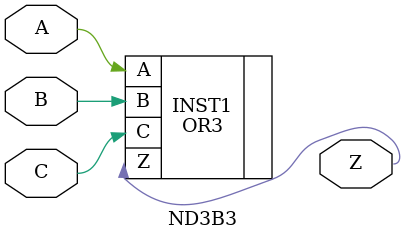
<source format=v>
`resetall
`timescale 1 ns / 100 ps

/* Created by DB2VERILOG Version 1.0.1.1 on Sat May 14 10:48:11 1994 */
/* module compiled from "lsl2db 3.6.4" run */

`celldefine
module ND3B3 (A, B, C, Z);
input  A, B, C;
output Z;
OR3 INST1 (.A(A), .B(B), .C(C), .Z(Z));

endmodule
`endcelldefine

</source>
